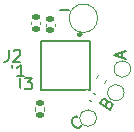
<source format=gbr>
%TF.GenerationSoftware,KiCad,Pcbnew,8.0.5-8.0.5-0~ubuntu24.04.1*%
%TF.CreationDate,2024-09-15T15:23:13-06:00*%
%TF.ProjectId,DRV8311 on motor driver,44525638-3331-4312-906f-6e206d6f746f,rev?*%
%TF.SameCoordinates,Original*%
%TF.FileFunction,Legend,Top*%
%TF.FilePolarity,Positive*%
%FSLAX46Y46*%
G04 Gerber Fmt 4.6, Leading zero omitted, Abs format (unit mm)*
G04 Created by KiCad (PCBNEW 8.0.5-8.0.5-0~ubuntu24.04.1) date 2024-09-15 15:23:13*
%MOMM*%
%LPD*%
G01*
G04 APERTURE LIST*
G04 Aperture macros list*
%AMRoundRect*
0 Rectangle with rounded corners*
0 $1 Rounding radius*
0 $2 $3 $4 $5 $6 $7 $8 $9 X,Y pos of 4 corners*
0 Add a 4 corners polygon primitive as box body*
4,1,4,$2,$3,$4,$5,$6,$7,$8,$9,$2,$3,0*
0 Add four circle primitives for the rounded corners*
1,1,$1+$1,$2,$3*
1,1,$1+$1,$4,$5*
1,1,$1+$1,$6,$7*
1,1,$1+$1,$8,$9*
0 Add four rect primitives between the rounded corners*
20,1,$1+$1,$2,$3,$4,$5,0*
20,1,$1+$1,$4,$5,$6,$7,0*
20,1,$1+$1,$6,$7,$8,$9,0*
20,1,$1+$1,$8,$9,$2,$3,0*%
G04 Aperture macros list end*
%ADD10C,0.150000*%
%ADD11C,0.120000*%
%ADD12C,0.250000*%
%ADD13O,1.000000X1.000000*%
%ADD14RoundRect,0.140000X0.206244X0.077224X-0.036244X0.217224X-0.206244X-0.077224X0.036244X-0.217224X0*%
%ADD15C,2.000000*%
%ADD16RoundRect,0.140000X0.170000X-0.140000X0.170000X0.140000X-0.170000X0.140000X-0.170000X-0.140000X0*%
%ADD17R,0.200000X0.469999*%
%ADD18R,0.469999X0.200000*%
%ADD19C,0.600000*%
%ADD20R,1.899999X1.899999*%
%ADD21C,1.000000*%
%ADD22RoundRect,0.135000X0.092715X-0.209413X0.227715X0.024413X-0.092715X0.209413X-0.227715X-0.024413X0*%
%ADD23RoundRect,0.135000X0.185000X-0.135000X0.185000X0.135000X-0.185000X0.135000X-0.185000X-0.135000X0*%
G04 APERTURE END LIST*
D10*
X172577849Y-105461875D02*
X172554816Y-105525157D01*
X172554816Y-105525157D02*
X172445468Y-105628689D01*
X172445468Y-105628689D02*
X172359153Y-105668938D01*
X172359153Y-105668938D02*
X172209556Y-105686155D01*
X172209556Y-105686155D02*
X172082992Y-105640089D01*
X172082992Y-105640089D02*
X171999585Y-105573899D01*
X171999585Y-105573899D02*
X171875929Y-105421393D01*
X171875929Y-105421393D02*
X171815555Y-105291921D01*
X171815555Y-105291921D02*
X171778213Y-105099166D01*
X171778213Y-105099166D02*
X171781122Y-104992727D01*
X171781122Y-104992727D02*
X171827187Y-104866162D01*
X171827187Y-104866162D02*
X171936535Y-104762631D01*
X171936535Y-104762631D02*
X172022850Y-104722381D01*
X172022850Y-104722381D02*
X172172447Y-104705165D01*
X172172447Y-104705165D02*
X172235730Y-104728198D01*
X174748643Y-103575962D02*
X174869589Y-103486253D01*
X174869589Y-103486253D02*
X174935910Y-103474559D01*
X174935910Y-103474559D02*
X175041237Y-103490178D01*
X175041237Y-103490178D02*
X175158259Y-103572118D01*
X175158259Y-103572118D02*
X175208960Y-103665751D01*
X175208960Y-103665751D02*
X175220655Y-103732072D01*
X175220655Y-103732072D02*
X175205035Y-103837399D01*
X175205035Y-103837399D02*
X174986530Y-104149457D01*
X174986530Y-104149457D02*
X174167378Y-103575881D01*
X174167378Y-103575881D02*
X174358570Y-103302830D01*
X174358570Y-103302830D02*
X174452204Y-103252129D01*
X174452204Y-103252129D02*
X174518524Y-103240435D01*
X174518524Y-103240435D02*
X174623852Y-103256054D01*
X174623852Y-103256054D02*
X174701866Y-103310680D01*
X174701866Y-103310680D02*
X174752568Y-103404314D01*
X174752568Y-103404314D02*
X174764262Y-103470634D01*
X174764262Y-103470634D02*
X174748643Y-103575962D01*
X174748643Y-103575962D02*
X174557450Y-103849013D01*
X176034104Y-99760839D02*
X176034104Y-99284649D01*
X176319819Y-99856077D02*
X175319819Y-99522744D01*
X175319819Y-99522744D02*
X176319819Y-99189411D01*
X170786779Y-95688866D02*
X171548684Y-95688866D01*
X167416666Y-101424819D02*
X167416666Y-102139104D01*
X167416666Y-102139104D02*
X167369047Y-102281961D01*
X167369047Y-102281961D02*
X167273809Y-102377200D01*
X167273809Y-102377200D02*
X167130952Y-102424819D01*
X167130952Y-102424819D02*
X167035714Y-102424819D01*
X167797619Y-101424819D02*
X168416666Y-101424819D01*
X168416666Y-101424819D02*
X168083333Y-101805771D01*
X168083333Y-101805771D02*
X168226190Y-101805771D01*
X168226190Y-101805771D02*
X168321428Y-101853390D01*
X168321428Y-101853390D02*
X168369047Y-101901009D01*
X168369047Y-101901009D02*
X168416666Y-101996247D01*
X168416666Y-101996247D02*
X168416666Y-102234342D01*
X168416666Y-102234342D02*
X168369047Y-102329580D01*
X168369047Y-102329580D02*
X168321428Y-102377200D01*
X168321428Y-102377200D02*
X168226190Y-102424819D01*
X168226190Y-102424819D02*
X167940476Y-102424819D01*
X167940476Y-102424819D02*
X167845238Y-102377200D01*
X167845238Y-102377200D02*
X167797619Y-102329580D01*
X166716666Y-100324819D02*
X166716666Y-101039104D01*
X166716666Y-101039104D02*
X166669047Y-101181961D01*
X166669047Y-101181961D02*
X166573809Y-101277200D01*
X166573809Y-101277200D02*
X166430952Y-101324819D01*
X166430952Y-101324819D02*
X166335714Y-101324819D01*
X167716666Y-101324819D02*
X167145238Y-101324819D01*
X167430952Y-101324819D02*
X167430952Y-100324819D01*
X167430952Y-100324819D02*
X167335714Y-100467676D01*
X167335714Y-100467676D02*
X167240476Y-100562914D01*
X167240476Y-100562914D02*
X167145238Y-100610533D01*
X166416666Y-99074819D02*
X166416666Y-99789104D01*
X166416666Y-99789104D02*
X166369047Y-99931961D01*
X166369047Y-99931961D02*
X166273809Y-100027200D01*
X166273809Y-100027200D02*
X166130952Y-100074819D01*
X166130952Y-100074819D02*
X166035714Y-100074819D01*
X166845238Y-99170057D02*
X166892857Y-99122438D01*
X166892857Y-99122438D02*
X166988095Y-99074819D01*
X166988095Y-99074819D02*
X167226190Y-99074819D01*
X167226190Y-99074819D02*
X167321428Y-99122438D01*
X167321428Y-99122438D02*
X167369047Y-99170057D01*
X167369047Y-99170057D02*
X167416666Y-99265295D01*
X167416666Y-99265295D02*
X167416666Y-99360533D01*
X167416666Y-99360533D02*
X167369047Y-99503390D01*
X167369047Y-99503390D02*
X166797619Y-100074819D01*
X166797619Y-100074819D02*
X167416666Y-100074819D01*
D11*
%TO.C,C1*%
X173413389Y-103415687D02*
X173226611Y-103307851D01*
X173773389Y-102792149D02*
X173586611Y-102684313D01*
%TO.C,TP2*%
X173950000Y-96400000D02*
G75*
G02*
X171550000Y-96400000I-1200000J0D01*
G01*
X171550000Y-96400000D02*
G75*
G02*
X173950000Y-96400000I1200000J0D01*
G01*
%TO.C,C3*%
X168340000Y-96907836D02*
X168340000Y-96692164D01*
X169060000Y-96907836D02*
X169060000Y-96692164D01*
D10*
%TO.C,U1*%
X169175000Y-98344999D02*
X169175000Y-102494999D01*
X169175000Y-98344999D02*
X173325000Y-98344999D01*
X169175000Y-102494999D02*
X173325000Y-102494999D01*
X173325000Y-98344999D02*
X173325000Y-102494999D01*
D12*
X172575001Y-97769999D02*
G75*
G02*
X172324999Y-97769999I-125001J0D01*
G01*
X172324999Y-97769999D02*
G75*
G02*
X172575001Y-97769999I125001J0D01*
G01*
D11*
%TO.C,TP7*%
X176200000Y-102700000D02*
G75*
G02*
X174800000Y-102700000I-700000J0D01*
G01*
X174800000Y-102700000D02*
G75*
G02*
X176200000Y-102700000I700000J0D01*
G01*
%TO.C,TP8*%
X173850000Y-104850000D02*
G75*
G02*
X172450000Y-104850000I-700000J0D01*
G01*
X172450000Y-104850000D02*
G75*
G02*
X173850000Y-104850000I700000J0D01*
G01*
%TO.C,R3*%
X173844090Y-101493057D02*
X173997731Y-101226943D01*
X174502269Y-101873057D02*
X174655910Y-101606943D01*
%TO.C,C2*%
X169590000Y-97057836D02*
X169590000Y-96842164D01*
X170310000Y-97057836D02*
X170310000Y-96842164D01*
%TO.C,TP5*%
X176750000Y-100700000D02*
G75*
G02*
X175350000Y-100700000I-700000J0D01*
G01*
X175350000Y-100700000D02*
G75*
G02*
X176750000Y-100700000I700000J0D01*
G01*
%TO.C,R2*%
X168670000Y-104253641D02*
X168670000Y-103946359D01*
X169430000Y-104253641D02*
X169430000Y-103946359D01*
%TD*%
%LPC*%
D13*
%TO.C,J3*%
X167600000Y-103450000D03*
%TD*%
D14*
%TO.C,C1*%
X173915692Y-103290000D03*
X173084308Y-102810000D03*
%TD*%
D15*
%TO.C,TP2*%
X172750000Y-96400000D03*
%TD*%
D16*
%TO.C,C3*%
X168700000Y-97280000D03*
X168700000Y-96320000D03*
%TD*%
D17*
%TO.C,U1*%
X172450000Y-98954998D03*
X172050001Y-98954998D03*
X171649999Y-98954998D03*
X171250000Y-98954998D03*
X170850001Y-98954998D03*
X170449999Y-98954998D03*
X170050000Y-98954998D03*
D18*
X169784999Y-99749998D03*
X169784999Y-100150000D03*
X169784999Y-100549999D03*
X169784999Y-100949998D03*
X169784999Y-101350000D03*
D17*
X170050000Y-101885000D03*
X170449999Y-101885000D03*
X170850001Y-101885000D03*
X171250000Y-101885000D03*
X171649999Y-101885000D03*
X172050001Y-101885000D03*
X172450000Y-101885000D03*
D18*
X172715001Y-101350000D03*
X172715001Y-100949998D03*
X172715001Y-100549999D03*
X172715001Y-100150000D03*
X172715001Y-99749998D03*
D19*
X171950001Y-99719998D03*
X170549999Y-99719998D03*
D20*
X171250000Y-100419999D03*
D19*
X171250000Y-100445399D03*
X171950001Y-101120000D03*
X170549999Y-101120000D03*
%TD*%
D13*
%TO.C,J1*%
X166900000Y-102350000D03*
%TD*%
D21*
%TO.C,TP7*%
X175500000Y-102700000D03*
%TD*%
%TO.C,TP8*%
X173150000Y-104850000D03*
%TD*%
D13*
%TO.C,J2*%
X166600000Y-101100000D03*
%TD*%
D22*
%TO.C,R3*%
X173995000Y-101991673D03*
X174505000Y-101108327D03*
%TD*%
D16*
%TO.C,C2*%
X169950000Y-97430000D03*
X169950000Y-96470000D03*
%TD*%
D21*
%TO.C,TP5*%
X176050000Y-100700000D03*
%TD*%
D23*
%TO.C,R2*%
X169050000Y-104609999D03*
X169050000Y-103590001D03*
%TD*%
%LPD*%
M02*

</source>
